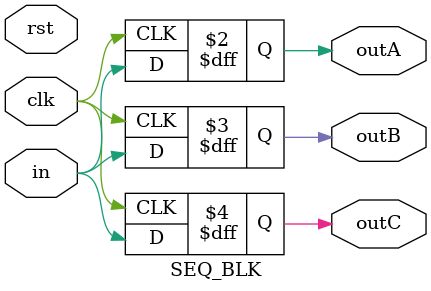
<source format=v>
module SEQ_BLK (
    input clk,
    input rst,
    input  in,
    output reg outA, outB, outC
);
    // what happens if we use blocking assignments inside a sequential block?
    always @(posedge clk) begin
        outA = in;
        outB = outA;
        outC = outB;
    end

endmodule
</source>
